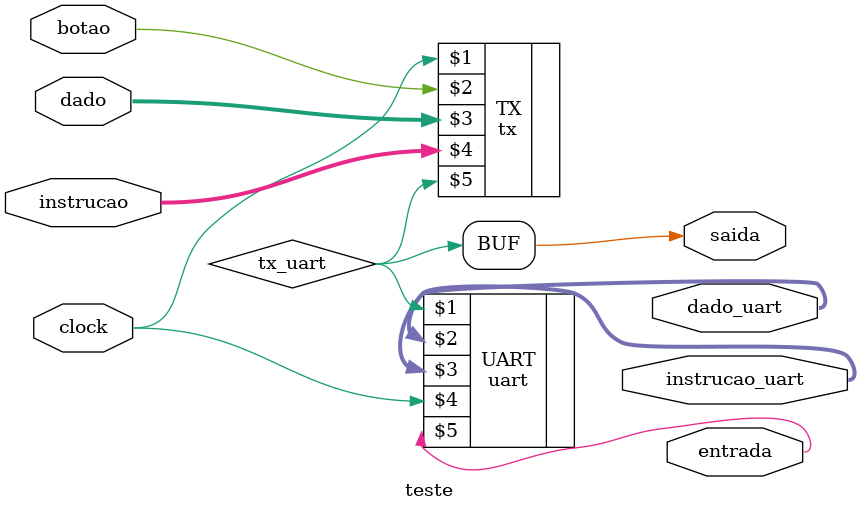
<source format=v>
module teste (clock, dado, instrucao, botao, saida, entrada, dado_uart, instrucao_uart);
    input clock, botao;
    input [3:0] dado, instrucao;
    wire tx_uart;
    output [3:0] dado_uart, instrucao_uart;
    output saida, entrada;

    tx TX(clock, botao, dado, instrucao, tx_uart);
    uart UART(tx_uart, dado_uart, instrucao_uart, clock, entrada);

    assign saida = tx_uart;

endmodule

</source>
